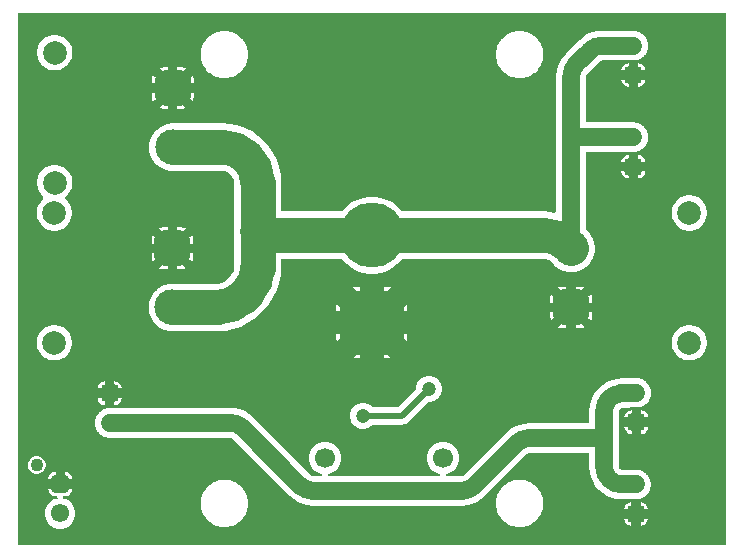
<source format=gbl>
G04*
G04 #@! TF.GenerationSoftware,Altium Limited,Altium Designer,24.6.1 (21)*
G04*
G04 Layer_Physical_Order=2*
G04 Layer_Color=16711680*
%FSLAX44Y44*%
%MOMM*%
G71*
G04*
G04 #@! TF.SameCoordinates,FCC4EC3D-FCE2-4EA4-8BA6-2938F1ECDC6F*
G04*
G04*
G04 #@! TF.FilePolarity,Positive*
G04*
G01*
G75*
%ADD11C,1.5000*%
%ADD13C,3.0000*%
%ADD14C,0.5000*%
G04:AMPARAMS|DCode=27|XSize=1.5mm|YSize=1.5mm|CornerRadius=0.375mm|HoleSize=0mm|Usage=FLASHONLY|Rotation=270.000|XOffset=0mm|YOffset=0mm|HoleType=Round|Shape=RoundedRectangle|*
%AMROUNDEDRECTD27*
21,1,1.5000,0.7500,0,0,270.0*
21,1,0.7500,1.5000,0,0,270.0*
1,1,0.7500,-0.3750,-0.3750*
1,1,0.7500,-0.3750,0.3750*
1,1,0.7500,0.3750,0.3750*
1,1,0.7500,0.3750,-0.3750*
%
%ADD27ROUNDEDRECTD27*%
%ADD28C,1.5000*%
%ADD29C,3.0000*%
G04:AMPARAMS|DCode=30|XSize=3mm|YSize=3mm|CornerRadius=0.75mm|HoleSize=0mm|Usage=FLASHONLY|Rotation=270.000|XOffset=0mm|YOffset=0mm|HoleType=Round|Shape=RoundedRectangle|*
%AMROUNDEDRECTD30*
21,1,3.0000,1.5000,0,0,270.0*
21,1,1.5000,3.0000,0,0,270.0*
1,1,1.5000,-0.7500,-0.7500*
1,1,1.5000,-0.7500,0.7500*
1,1,1.5000,0.7500,0.7500*
1,1,1.5000,0.7500,-0.7500*
%
%ADD30ROUNDEDRECTD30*%
%ADD31C,2.0000*%
%ADD32C,1.7000*%
G04:AMPARAMS|DCode=33|XSize=5.5mm|YSize=5.5mm|CornerRadius=1.375mm|HoleSize=0mm|Usage=FLASHONLY|Rotation=90.000|XOffset=0mm|YOffset=0mm|HoleType=Round|Shape=RoundedRectangle|*
%AMROUNDEDRECTD33*
21,1,5.5000,2.7500,0,0,90.0*
21,1,2.7500,5.5000,0,0,90.0*
1,1,2.7500,1.3750,1.3750*
1,1,2.7500,1.3750,-1.3750*
1,1,2.7500,-1.3750,-1.3750*
1,1,2.7500,-1.3750,1.3750*
%
%ADD33ROUNDEDRECTD33*%
%ADD34C,5.5000*%
%ADD35C,1.1000*%
%ADD36C,1.5500*%
G04:AMPARAMS|DCode=37|XSize=1.55mm|YSize=1.55mm|CornerRadius=0.3875mm|HoleSize=0mm|Usage=FLASHONLY|Rotation=90.000|XOffset=0mm|YOffset=0mm|HoleType=Round|Shape=RoundedRectangle|*
%AMROUNDEDRECTD37*
21,1,1.5500,0.7750,0,0,90.0*
21,1,0.7750,1.5500,0,0,90.0*
1,1,0.7750,0.3875,0.3875*
1,1,0.7750,0.3875,-0.3875*
1,1,0.7750,-0.3875,-0.3875*
1,1,0.7750,-0.3875,0.3875*
%
%ADD37ROUNDEDRECTD37*%
%ADD38C,1.2000*%
G36*
X600064Y63D02*
X95D01*
Y450032D01*
X108Y450064D01*
X600064D01*
Y63D01*
D02*
G37*
%LPC*%
G36*
X521250Y435318D02*
X494963D01*
X494532Y435261D01*
X490648Y434955D01*
X486439Y433945D01*
X482440Y432288D01*
X478749Y430027D01*
X475814Y427520D01*
X475452Y427242D01*
X465583Y417374D01*
X464176Y415967D01*
X464170Y415959D01*
X464171Y415959D01*
X463901Y415608D01*
X461389Y412667D01*
X459128Y408976D01*
X457471Y404977D01*
X456461Y400768D01*
X456155Y396884D01*
X456098Y396453D01*
Y345440D01*
X456098Y345440D01*
X456098Y345440D01*
Y282518D01*
X454552Y281250D01*
X451752Y281807D01*
X445212Y282235D01*
Y282235D01*
X443212Y282225D01*
X325545Y282225D01*
X324764Y283300D01*
X321146Y286918D01*
X317008Y289925D01*
X312450Y292247D01*
X307584Y293828D01*
X302532Y294628D01*
X297416D01*
X292364Y293828D01*
X287498Y292247D01*
X282940Y289925D01*
X278802Y286918D01*
X275184Y283300D01*
X274403Y282225D01*
X223297D01*
Y306696D01*
X223307D01*
X222879Y313236D01*
X221600Y319665D01*
X219493Y325871D01*
X216594Y331750D01*
X212953Y337199D01*
X208631Y342127D01*
X203703Y346449D01*
X198254Y350090D01*
X192375Y352989D01*
X186169Y355096D01*
X179740Y356375D01*
X173200Y356803D01*
Y356793D01*
X131340D01*
X130357Y356696D01*
X129370D01*
X128402Y356503D01*
X127419Y356407D01*
X126475Y356120D01*
X125506Y355927D01*
X124594Y355550D01*
X123649Y355263D01*
X122779Y354798D01*
X121867Y354420D01*
X121046Y353871D01*
X120175Y353406D01*
X119412Y352780D01*
X118591Y352231D01*
X117893Y351533D01*
X117129Y350907D01*
X116503Y350143D01*
X115805Y349445D01*
X115257Y348624D01*
X114630Y347861D01*
X114165Y346990D01*
X113616Y346170D01*
X113238Y345257D01*
X112773Y344387D01*
X112486Y343442D01*
X112109Y342530D01*
X111916Y341561D01*
X111629Y340617D01*
X111533Y339634D01*
X111340Y338666D01*
Y337678D01*
X111243Y336696D01*
X111340Y335714D01*
Y334726D01*
X111533Y333758D01*
X111629Y332775D01*
X111916Y331831D01*
X112109Y330862D01*
X112486Y329950D01*
X112773Y329005D01*
X113238Y328135D01*
X113616Y327223D01*
X114165Y326402D01*
X114630Y325531D01*
X115257Y324768D01*
X115805Y323947D01*
X116503Y323249D01*
X117129Y322485D01*
X117893Y321859D01*
X118591Y321161D01*
X119412Y320612D01*
X120175Y319986D01*
X121046Y319521D01*
X121867Y318972D01*
X122779Y318594D01*
X123649Y318129D01*
X124594Y317842D01*
X125506Y317465D01*
X126475Y317272D01*
X127419Y316985D01*
X128402Y316889D01*
X129370Y316696D01*
X130357D01*
X131340Y316599D01*
X173200D01*
X173439Y316623D01*
X175777Y316315D01*
X178179Y315320D01*
X180242Y313738D01*
X181824Y311675D01*
X182819Y309273D01*
X183127Y306935D01*
X183103Y306696D01*
Y234676D01*
X183127Y234438D01*
X182819Y232099D01*
X181824Y229697D01*
X180394Y227834D01*
X180219Y227690D01*
X176570Y224042D01*
X176426Y223866D01*
X174563Y222436D01*
X172161Y221441D01*
X169822Y221133D01*
X169584Y221157D01*
X131086D01*
X130103Y221060D01*
X129116D01*
X128148Y220867D01*
X127165Y220771D01*
X126221Y220484D01*
X125252Y220291D01*
X124340Y219914D01*
X123395Y219627D01*
X122525Y219162D01*
X121613Y218784D01*
X120792Y218235D01*
X119921Y217770D01*
X119158Y217143D01*
X118337Y216595D01*
X117639Y215897D01*
X116875Y215271D01*
X116249Y214507D01*
X115551Y213809D01*
X115002Y212988D01*
X114376Y212225D01*
X113911Y211354D01*
X113362Y210534D01*
X112984Y209621D01*
X112519Y208751D01*
X112232Y207806D01*
X111855Y206894D01*
X111662Y205925D01*
X111375Y204981D01*
X111279Y203998D01*
X111086Y203030D01*
Y202043D01*
X110989Y201060D01*
X111086Y200077D01*
Y199090D01*
X111279Y198122D01*
X111375Y197139D01*
X111662Y196195D01*
X111855Y195226D01*
X112232Y194314D01*
X112519Y193369D01*
X112984Y192499D01*
X113362Y191586D01*
X113911Y190766D01*
X114376Y189895D01*
X115002Y189132D01*
X115551Y188311D01*
X116249Y187613D01*
X116875Y186849D01*
X117639Y186223D01*
X118337Y185525D01*
X119158Y184977D01*
X119921Y184350D01*
X120792Y183885D01*
X121613Y183336D01*
X122525Y182958D01*
X123395Y182493D01*
X124340Y182206D01*
X125252Y181829D01*
X126221Y181636D01*
X127165Y181349D01*
X128148Y181253D01*
X129116Y181060D01*
X130103D01*
X131086Y180963D01*
X169584D01*
Y180953D01*
X176124Y181381D01*
X182552Y182660D01*
X188759Y184767D01*
X194637Y187666D01*
X200087Y191307D01*
X204987Y195604D01*
Y195604D01*
X204987Y195617D01*
X204991Y195620D01*
X207240Y197869D01*
X208656Y199273D01*
X208656Y199273D01*
X208656Y199273D01*
X212953Y204173D01*
X216594Y209623D01*
X219493Y215501D01*
X221600Y221708D01*
X222879Y228136D01*
X223307Y234676D01*
X223297D01*
Y242031D01*
X274403D01*
X275184Y240956D01*
X278802Y237338D01*
X282940Y234331D01*
X287498Y232009D01*
X292364Y230428D01*
X297416Y229628D01*
X302532D01*
X307584Y230428D01*
X312450Y232009D01*
X317008Y234331D01*
X321146Y237338D01*
X324764Y240956D01*
X325545Y242031D01*
X445212Y242031D01*
X445451Y242055D01*
X447789Y241747D01*
X450191Y240752D01*
X452062Y239316D01*
X452214Y239131D01*
X454496Y236849D01*
X455259Y236223D01*
X455957Y235525D01*
X456778Y234976D01*
X457542Y234350D01*
X458412Y233885D01*
X459232Y233336D01*
X460145Y232958D01*
X461016Y232493D01*
X461960Y232206D01*
X462872Y231829D01*
X463841Y231636D01*
X464786Y231349D01*
X465768Y231252D01*
X466736Y231060D01*
X467724D01*
X468707Y230963D01*
X469689Y231060D01*
X470676D01*
X471645Y231253D01*
X472627Y231350D01*
X473572Y231636D01*
X474540Y231829D01*
X475452Y232207D01*
X476397Y232493D01*
X477268Y232959D01*
X478180Y233336D01*
X479001Y233885D01*
X479872Y234351D01*
X480635Y234977D01*
X481455Y235525D01*
X482154Y236223D01*
X482917Y236850D01*
X483543Y237613D01*
X484241Y238311D01*
X484790Y239132D01*
X485416Y239895D01*
X485881Y240766D01*
X486430Y241586D01*
X486808Y242499D01*
X487273Y243370D01*
X487560Y244314D01*
X487937Y245226D01*
X488130Y246195D01*
X488417Y247140D01*
X488513Y248122D01*
X488706Y249090D01*
Y250078D01*
X488803Y251061D01*
X488706Y252043D01*
Y253030D01*
X488513Y253999D01*
X488416Y254981D01*
X488130Y255926D01*
X487937Y256894D01*
X487560Y257806D01*
X487273Y258752D01*
X486807Y259622D01*
X486430Y260534D01*
X485881Y261355D01*
X485415Y262226D01*
X484789Y262989D01*
X484241Y263809D01*
X483543Y264508D01*
X482916Y265271D01*
X481314Y266873D01*
Y332632D01*
X521250D01*
X522069Y332740D01*
X522896D01*
X523694Y332954D01*
X524513Y333062D01*
X525277Y333378D01*
X526075Y333592D01*
X526790Y334005D01*
X527554Y334321D01*
X528210Y334824D01*
X528925Y335238D01*
X529510Y335822D01*
X530165Y336325D01*
X530668Y336981D01*
X531253Y337565D01*
X531666Y338280D01*
X532169Y338936D01*
X532485Y339700D01*
X532898Y340415D01*
X533112Y341213D01*
X533428Y341977D01*
X533536Y342796D01*
X533750Y343594D01*
Y344421D01*
X533858Y345240D01*
X533750Y346059D01*
Y346886D01*
X533536Y347684D01*
X533428Y348503D01*
X533112Y349267D01*
X532898Y350065D01*
X532485Y350780D01*
X532169Y351544D01*
X531666Y352200D01*
X531253Y352915D01*
X530668Y353499D01*
X530165Y354155D01*
X529510Y354658D01*
X528925Y355243D01*
X528210Y355656D01*
X527554Y356159D01*
X526790Y356475D01*
X526075Y356888D01*
X525277Y357102D01*
X524513Y357418D01*
X523694Y357526D01*
X522896Y357740D01*
X522069D01*
X521250Y357848D01*
X481314D01*
Y396453D01*
X481303Y396536D01*
X481471Y397379D01*
X481946Y398090D01*
X482007Y398136D01*
X493282Y409412D01*
X493327Y409471D01*
X494037Y409945D01*
X494880Y410113D01*
X494963Y410102D01*
X521250D01*
X522069Y410210D01*
X522896D01*
X523694Y410424D01*
X524513Y410532D01*
X525277Y410848D01*
X526075Y411062D01*
X526790Y411475D01*
X527554Y411791D01*
X528210Y412294D01*
X528925Y412707D01*
X529510Y413292D01*
X530165Y413795D01*
X530668Y414451D01*
X531253Y415035D01*
X531666Y415750D01*
X532169Y416406D01*
X532485Y417170D01*
X532898Y417885D01*
X533112Y418683D01*
X533428Y419447D01*
X533536Y420266D01*
X533750Y421064D01*
Y421891D01*
X533858Y422710D01*
X533750Y423529D01*
Y424356D01*
X533536Y425154D01*
X533428Y425973D01*
X533112Y426737D01*
X532898Y427535D01*
X532485Y428250D01*
X532169Y429014D01*
X531666Y429670D01*
X531253Y430385D01*
X530668Y430969D01*
X530165Y431625D01*
X529510Y432128D01*
X528925Y432713D01*
X528210Y433126D01*
X527554Y433629D01*
X526790Y433945D01*
X526075Y434358D01*
X525277Y434572D01*
X524513Y434888D01*
X523694Y434996D01*
X522896Y435210D01*
X522069D01*
X521250Y435318D01*
D02*
G37*
G36*
X525250Y407783D02*
Y401710D01*
X531323D01*
X530887Y403899D01*
X529506Y405966D01*
X527439Y407347D01*
X525250Y407783D01*
D02*
G37*
G36*
X517250D02*
X515061Y407347D01*
X512994Y405966D01*
X511613Y403899D01*
X511177Y401710D01*
X517250D01*
Y407783D01*
D02*
G37*
G36*
X32817Y431696D02*
X29863D01*
X26965Y431119D01*
X24235Y429989D01*
X21778Y428347D01*
X19689Y426258D01*
X18047Y423801D01*
X16917Y421071D01*
X16340Y418173D01*
Y415219D01*
X16917Y412321D01*
X18047Y409591D01*
X19689Y407134D01*
X21778Y405045D01*
X24235Y403403D01*
X26965Y402272D01*
X29863Y401696D01*
X32817D01*
X35715Y402272D01*
X38445Y403403D01*
X40902Y405045D01*
X42991Y407134D01*
X44633Y409591D01*
X45764Y412321D01*
X46340Y415219D01*
Y418173D01*
X45764Y421071D01*
X44633Y423801D01*
X42991Y426258D01*
X40902Y428347D01*
X38445Y429989D01*
X35715Y431119D01*
X32817Y431696D01*
D02*
G37*
G36*
X138840Y404282D02*
X135340D01*
Y401289D01*
X127340D01*
Y404282D01*
X123840D01*
X121229Y403939D01*
X120186Y403507D01*
X122469Y401223D01*
X116812Y395567D01*
X114529Y397850D01*
X114097Y396806D01*
X113754Y394196D01*
Y390696D01*
X116747D01*
Y382696D01*
X113754D01*
Y379196D01*
X114097Y376586D01*
X114529Y375542D01*
X116812Y377825D01*
X122469Y372169D01*
X120186Y369885D01*
X121229Y369453D01*
X123840Y369110D01*
X127340D01*
Y372103D01*
X135340D01*
Y369110D01*
X138840D01*
X141451Y369453D01*
X142494Y369885D01*
X140211Y372169D01*
X145868Y377825D01*
X148151Y375542D01*
X148583Y376586D01*
X148926Y379196D01*
Y382696D01*
X145934D01*
Y390696D01*
X148926D01*
Y394196D01*
X148583Y396806D01*
X148151Y397850D01*
X145868Y395567D01*
X140211Y401223D01*
X142494Y403507D01*
X141451Y403939D01*
X138840Y404282D01*
D02*
G37*
G36*
X426541Y435162D02*
X423586D01*
X423094Y435064D01*
X422592D01*
X419693Y434487D01*
X419230Y434295D01*
X418737Y434197D01*
X416007Y433066D01*
X415590Y432787D01*
X415126Y432595D01*
X412669Y430953D01*
X412314Y430598D01*
X411897Y430320D01*
X409807Y428230D01*
X409529Y427813D01*
X409173Y427458D01*
X407532Y425001D01*
X407340Y424537D01*
X407061Y424120D01*
X405930Y421390D01*
X405832Y420897D01*
X405640Y420433D01*
X405064Y417535D01*
Y417033D01*
X404966Y416541D01*
Y413586D01*
X405064Y413094D01*
Y412592D01*
X405640Y409694D01*
X405832Y409230D01*
X405930Y408737D01*
X407061Y406007D01*
X407340Y405590D01*
X407532Y405126D01*
X409173Y402669D01*
X409529Y402314D01*
X409807Y401897D01*
X411897Y399808D01*
X412314Y399529D01*
X412669Y399173D01*
X415126Y397532D01*
X415590Y397340D01*
X416007Y397061D01*
X418737Y395930D01*
X419230Y395832D01*
X419694Y395640D01*
X422592Y395064D01*
X423094D01*
X423586Y394966D01*
X426541D01*
X427033Y395064D01*
X427535D01*
X430433Y395640D01*
X430897Y395832D01*
X431390Y395930D01*
X434120Y397061D01*
X434537Y397340D01*
X435001Y397532D01*
X437458Y399173D01*
X437813Y399529D01*
X438230Y399807D01*
X440320Y401897D01*
X440598Y402314D01*
X440953Y402669D01*
X442595Y405126D01*
X442787Y405590D01*
X443066Y406007D01*
X444197Y408737D01*
X444295Y409230D01*
X444487Y409694D01*
X445064Y412592D01*
Y413094D01*
X445161Y413586D01*
Y416541D01*
X445064Y417033D01*
Y417536D01*
X444487Y420433D01*
X444295Y420897D01*
X444197Y421390D01*
X443066Y424120D01*
X442787Y424537D01*
X442595Y425001D01*
X440953Y427458D01*
X440598Y427813D01*
X440320Y428230D01*
X438230Y430320D01*
X437813Y430598D01*
X437458Y430953D01*
X435001Y432595D01*
X434537Y432787D01*
X434120Y433066D01*
X431390Y434197D01*
X430897Y434295D01*
X430433Y434487D01*
X427535Y435064D01*
X427033D01*
X426541Y435162D01*
D02*
G37*
G36*
X176541D02*
X173586D01*
X173094Y435064D01*
X172591D01*
X169694Y434487D01*
X169230Y434295D01*
X168737Y434197D01*
X166007Y433066D01*
X165590Y432787D01*
X165126Y432595D01*
X162669Y430953D01*
X162314Y430598D01*
X161897Y430320D01*
X159808Y428230D01*
X159529Y427813D01*
X159173Y427458D01*
X157532Y425001D01*
X157340Y424537D01*
X157061Y424120D01*
X155930Y421390D01*
X155832Y420897D01*
X155640Y420433D01*
X155063Y417535D01*
Y417033D01*
X154966Y416541D01*
Y413586D01*
X155063Y413094D01*
Y412592D01*
X155640Y409694D01*
X155832Y409230D01*
X155930Y408737D01*
X157061Y406007D01*
X157340Y405590D01*
X157532Y405126D01*
X159173Y402669D01*
X159529Y402314D01*
X159807Y401897D01*
X161897Y399808D01*
X162314Y399529D01*
X162669Y399173D01*
X165126Y397532D01*
X165590Y397340D01*
X166007Y397061D01*
X168737Y395930D01*
X169230Y395832D01*
X169694Y395640D01*
X172592Y395064D01*
X173094D01*
X173586Y394966D01*
X176541D01*
X177033Y395064D01*
X177535D01*
X180433Y395640D01*
X180897Y395832D01*
X181390Y395930D01*
X184120Y397061D01*
X184537Y397340D01*
X185001Y397532D01*
X187458Y399173D01*
X187813Y399529D01*
X188230Y399807D01*
X190319Y401897D01*
X190599Y402314D01*
X190954Y402669D01*
X192595Y405126D01*
X192787Y405590D01*
X193066Y406007D01*
X194197Y408737D01*
X194295Y409230D01*
X194487Y409694D01*
X195063Y412592D01*
Y413094D01*
X195161Y413586D01*
Y416541D01*
X195063Y417033D01*
Y417536D01*
X194487Y420433D01*
X194295Y420897D01*
X194197Y421390D01*
X193066Y424120D01*
X192787Y424537D01*
X192595Y425001D01*
X190954Y427458D01*
X190599Y427813D01*
X190320Y428230D01*
X188230Y430320D01*
X187813Y430598D01*
X187458Y430953D01*
X185001Y432595D01*
X184537Y432787D01*
X184120Y433066D01*
X181390Y434197D01*
X180897Y434295D01*
X180433Y434487D01*
X177535Y435064D01*
X177033D01*
X176541Y435162D01*
D02*
G37*
G36*
X531323Y393710D02*
X525250D01*
Y387637D01*
X527439Y388073D01*
X529506Y389454D01*
X530887Y391521D01*
X531323Y393710D01*
D02*
G37*
G36*
X517250D02*
X511177D01*
X511613Y391521D01*
X512994Y389454D01*
X515061Y388073D01*
X517250Y387637D01*
Y393710D01*
D02*
G37*
G36*
X525250Y330313D02*
Y324240D01*
X531323D01*
X530887Y326429D01*
X529506Y328496D01*
X527439Y329877D01*
X525250Y330313D01*
D02*
G37*
G36*
X517250D02*
X515061Y329877D01*
X512994Y328496D01*
X511613Y326429D01*
X511177Y324240D01*
X517250D01*
Y330313D01*
D02*
G37*
G36*
X531323Y316240D02*
X525250D01*
Y310167D01*
X527439Y310603D01*
X529506Y311984D01*
X530887Y314051D01*
X531323Y316240D01*
D02*
G37*
G36*
X517250D02*
X511177D01*
X511613Y314051D01*
X512994Y311984D01*
X515061Y310603D01*
X517250Y310167D01*
Y316240D01*
D02*
G37*
G36*
X570183Y296060D02*
X567229D01*
X564331Y295483D01*
X561601Y294353D01*
X559144Y292711D01*
X557055Y290622D01*
X555413Y288165D01*
X554282Y285435D01*
X553706Y282537D01*
Y279583D01*
X554282Y276685D01*
X555413Y273955D01*
X557055Y271498D01*
X559144Y269409D01*
X561601Y267767D01*
X564331Y266636D01*
X567229Y266060D01*
X570183D01*
X573081Y266636D01*
X575811Y267767D01*
X578268Y269409D01*
X580357Y271498D01*
X581999Y273955D01*
X583130Y276685D01*
X583706Y279583D01*
Y282537D01*
X583130Y285435D01*
X581999Y288165D01*
X580357Y290622D01*
X578268Y292711D01*
X575811Y294353D01*
X573081Y295483D01*
X570183Y296060D01*
D02*
G37*
G36*
X32817Y321696D02*
X29863D01*
X26965Y321120D01*
X24235Y319989D01*
X21778Y318347D01*
X19689Y316258D01*
X18047Y313801D01*
X16917Y311071D01*
X16340Y308173D01*
Y305219D01*
X16917Y302321D01*
X18047Y299591D01*
X19689Y297134D01*
X21633Y295190D01*
X21901Y294554D01*
Y292963D01*
X21524Y292711D01*
X19435Y290622D01*
X17793Y288165D01*
X16662Y285435D01*
X16086Y282537D01*
Y279583D01*
X16662Y276685D01*
X17793Y273955D01*
X19435Y271498D01*
X21524Y269409D01*
X23981Y267767D01*
X26711Y266636D01*
X29609Y266060D01*
X32563D01*
X35461Y266636D01*
X38191Y267767D01*
X40648Y269409D01*
X42737Y271498D01*
X44379Y273955D01*
X45510Y276685D01*
X46086Y279583D01*
Y282537D01*
X45510Y285435D01*
X44379Y288165D01*
X42737Y290622D01*
X40793Y292566D01*
X40525Y293202D01*
Y294793D01*
X40902Y295045D01*
X42991Y297134D01*
X44633Y299591D01*
X45764Y302321D01*
X46340Y305219D01*
Y308173D01*
X45764Y311071D01*
X44633Y313801D01*
X42991Y316258D01*
X40902Y318347D01*
X38445Y319989D01*
X35715Y321120D01*
X32817Y321696D01*
D02*
G37*
G36*
X138586Y268646D02*
X135086D01*
Y265653D01*
X127086D01*
Y268646D01*
X123586D01*
X120976Y268303D01*
X119932Y267871D01*
X122215Y265588D01*
X116559Y259931D01*
X114276Y262214D01*
X113843Y261171D01*
X113500Y258560D01*
Y255060D01*
X116493D01*
Y247060D01*
X113500D01*
Y243560D01*
X113843Y240949D01*
X114276Y239906D01*
X116559Y242189D01*
X122215Y236532D01*
X119932Y234249D01*
X120976Y233817D01*
X123586Y233474D01*
X127086D01*
Y236467D01*
X135086D01*
Y233474D01*
X138586D01*
X141196Y233817D01*
X142240Y234249D01*
X139957Y236532D01*
X145613Y242189D01*
X147896Y239906D01*
X148329Y240949D01*
X148672Y243560D01*
Y247060D01*
X145680D01*
Y255060D01*
X148672D01*
Y258560D01*
X148329Y261171D01*
X147896Y262214D01*
X145613Y259931D01*
X139957Y265588D01*
X142240Y267871D01*
X141196Y268303D01*
X138586Y268646D01*
D02*
G37*
G36*
X476206Y218646D02*
X472706D01*
Y215653D01*
X464706D01*
Y218646D01*
X461206D01*
X458596Y218303D01*
X457552Y217871D01*
X459835Y215588D01*
X454179Y209931D01*
X451895Y212214D01*
X451463Y211171D01*
X451120Y208560D01*
Y205060D01*
X454113D01*
Y197060D01*
X451120D01*
Y193560D01*
X451463Y190949D01*
X451895Y189906D01*
X454179Y192189D01*
X459835Y186532D01*
X457552Y184249D01*
X458596Y183817D01*
X461206Y183474D01*
X464706D01*
Y186467D01*
X472706D01*
Y183474D01*
X476206D01*
X478816Y183817D01*
X479860Y184249D01*
X477577Y186532D01*
X483233Y192189D01*
X485517Y189906D01*
X485949Y190949D01*
X486292Y193560D01*
Y197060D01*
X483299D01*
Y205060D01*
X486292D01*
Y208560D01*
X485949Y211171D01*
X485517Y212214D01*
X483233Y209931D01*
X477577Y215588D01*
X479860Y217871D01*
X478816Y218303D01*
X476206Y218646D01*
D02*
G37*
G36*
X313724Y218207D02*
X309974D01*
Y214921D01*
X289974D01*
Y218207D01*
X286224D01*
X284233Y218011D01*
X287121Y215123D01*
X272979Y200981D01*
X270091Y203869D01*
X269895Y201878D01*
Y198128D01*
X273181D01*
Y178128D01*
X269895D01*
Y174378D01*
X270091Y172388D01*
X272979Y175275D01*
X287121Y161133D01*
X284233Y158245D01*
X286224Y158049D01*
X289974D01*
Y161334D01*
X309974D01*
Y158049D01*
X313724D01*
X315714Y158245D01*
X312827Y161133D01*
X326969Y175275D01*
X329857Y172388D01*
X330053Y174378D01*
Y178128D01*
X326768D01*
Y198128D01*
X330053D01*
Y201878D01*
X329857Y203869D01*
X326969Y200981D01*
X312827Y215123D01*
X315714Y218011D01*
X313724Y218207D01*
D02*
G37*
G36*
X570183Y186060D02*
X567229D01*
X564331Y185484D01*
X561601Y184353D01*
X559144Y182711D01*
X557055Y180622D01*
X555413Y178165D01*
X554282Y175435D01*
X553706Y172537D01*
Y169583D01*
X554282Y166685D01*
X555413Y163955D01*
X557055Y161498D01*
X559144Y159409D01*
X561601Y157767D01*
X564331Y156636D01*
X567229Y156060D01*
X570183D01*
X573081Y156636D01*
X575811Y157767D01*
X578268Y159409D01*
X580357Y161498D01*
X581999Y163955D01*
X583130Y166685D01*
X583706Y169583D01*
Y172537D01*
X583130Y175435D01*
X581999Y178165D01*
X580357Y180622D01*
X578268Y182711D01*
X575811Y184353D01*
X573081Y185484D01*
X570183Y186060D01*
D02*
G37*
G36*
X32563D02*
X29609D01*
X26711Y185484D01*
X23981Y184353D01*
X21524Y182711D01*
X19435Y180622D01*
X17793Y178165D01*
X16662Y175435D01*
X16086Y172537D01*
Y169583D01*
X16662Y166685D01*
X17793Y163955D01*
X19435Y161498D01*
X21524Y159409D01*
X23981Y157767D01*
X26711Y156636D01*
X29609Y156060D01*
X32563D01*
X35461Y156636D01*
X38191Y157767D01*
X40648Y159409D01*
X42737Y161498D01*
X44379Y163955D01*
X45510Y166685D01*
X46086Y169583D01*
Y172537D01*
X45510Y175435D01*
X44379Y178165D01*
X42737Y180622D01*
X40648Y182711D01*
X38191Y184353D01*
X35461Y185484D01*
X32563Y186060D01*
D02*
G37*
G36*
X82000Y138397D02*
Y132324D01*
X88073D01*
X87637Y134513D01*
X86256Y136580D01*
X84189Y137961D01*
X82000Y138397D01*
D02*
G37*
G36*
X74000D02*
X71811Y137961D01*
X69744Y136580D01*
X68363Y134513D01*
X67927Y132324D01*
X74000D01*
Y138397D01*
D02*
G37*
G36*
X88073Y124324D02*
X82000D01*
Y118251D01*
X84189Y118687D01*
X86256Y120068D01*
X87637Y122135D01*
X88073Y124324D01*
D02*
G37*
G36*
X74000D02*
X67927D01*
X68363Y122135D01*
X69744Y120068D01*
X71811Y118687D01*
X74000Y118251D01*
Y124324D01*
D02*
G37*
G36*
X349428Y143080D02*
X346532D01*
X343734Y142330D01*
X341226Y140882D01*
X339178Y138834D01*
X337730Y136326D01*
X336980Y133528D01*
Y131778D01*
X321987Y116785D01*
X300092D01*
X298854Y118022D01*
X296346Y119470D01*
X293548Y120220D01*
X290652D01*
X287854Y119470D01*
X285346Y118022D01*
X283298Y115974D01*
X281850Y113466D01*
X281100Y110668D01*
Y107772D01*
X281850Y104974D01*
X283298Y102466D01*
X285346Y100418D01*
X287854Y98970D01*
X290652Y98220D01*
X293548D01*
X296346Y98970D01*
X298854Y100418D01*
X300092Y101655D01*
X325120D01*
X327078Y101913D01*
X328902Y102669D01*
X330469Y103871D01*
X347678Y121080D01*
X349428D01*
X352226Y121830D01*
X354734Y123278D01*
X356782Y125326D01*
X358230Y127834D01*
X358980Y130632D01*
Y133528D01*
X358230Y136326D01*
X356782Y138834D01*
X354734Y140882D01*
X352226Y142330D01*
X349428Y143080D01*
D02*
G37*
G36*
X527790Y113905D02*
Y107832D01*
X533863D01*
X533427Y110021D01*
X532046Y112088D01*
X529979Y113469D01*
X527790Y113905D01*
D02*
G37*
G36*
X519790D02*
X517601Y113469D01*
X515534Y112088D01*
X514153Y110021D01*
X513717Y107832D01*
X519790D01*
Y113905D01*
D02*
G37*
G36*
X533863Y99832D02*
X527790D01*
Y93759D01*
X529979Y94195D01*
X532046Y95576D01*
X533427Y97643D01*
X533863Y99832D01*
D02*
G37*
G36*
X519790D02*
X513717D01*
X514153Y97643D01*
X515534Y95576D01*
X517601Y94195D01*
X519790Y93759D01*
Y99832D01*
D02*
G37*
G36*
X17109Y75000D02*
X15135D01*
X13227Y74489D01*
X11517Y73502D01*
X10121Y72105D01*
X9133Y70395D01*
X8622Y68487D01*
Y66513D01*
X9133Y64605D01*
X10121Y62895D01*
X11517Y61498D01*
X13227Y60511D01*
X15135Y60000D01*
X17109D01*
X19017Y60511D01*
X20727Y61498D01*
X22123Y62895D01*
X23111Y64605D01*
X23622Y66513D01*
Y68487D01*
X23111Y70395D01*
X22123Y72105D01*
X20727Y73502D01*
X19017Y74489D01*
X17109Y75000D01*
D02*
G37*
G36*
X523226Y141427D02*
X510320Y140850D01*
X509380Y140683D01*
X507255Y140515D01*
X503046Y139505D01*
X499047Y137848D01*
X495356Y135587D01*
X492064Y132775D01*
X489253Y129484D01*
X486992Y125793D01*
X485335Y121794D01*
X484325Y117585D01*
X484019Y113701D01*
X483962Y113270D01*
Y103023D01*
X433178D01*
X432747Y102966D01*
X428863Y102660D01*
X424654Y101650D01*
X420655Y99993D01*
X416964Y97732D01*
X414023Y95220D01*
X413664Y94945D01*
X377740Y59021D01*
X377694Y58960D01*
X376983Y58485D01*
X376140Y58317D01*
X376057Y58328D01*
X363017D01*
X362754Y60328D01*
X365561Y61080D01*
X368639Y62857D01*
X371153Y65371D01*
X372930Y68449D01*
X373850Y71883D01*
Y75437D01*
X372930Y78871D01*
X371153Y81949D01*
X368639Y84463D01*
X365561Y86240D01*
X362127Y87160D01*
X358573D01*
X355139Y86240D01*
X352061Y84463D01*
X349547Y81949D01*
X347770Y78871D01*
X346850Y75437D01*
Y71883D01*
X347770Y68449D01*
X349547Y65371D01*
X352061Y62857D01*
X355139Y61080D01*
X357946Y60328D01*
X357683Y58328D01*
X263017D01*
X262754Y60328D01*
X265561Y61080D01*
X268639Y62857D01*
X271153Y65371D01*
X272930Y68449D01*
X273850Y71883D01*
Y75437D01*
X272930Y78871D01*
X271153Y81949D01*
X268639Y84463D01*
X265561Y86240D01*
X262127Y87160D01*
X258573D01*
X255139Y86240D01*
X252061Y84463D01*
X249547Y81949D01*
X247770Y78871D01*
X246850Y75437D01*
Y71883D01*
X247770Y68449D01*
X249547Y65371D01*
X252061Y62857D01*
X255139Y61080D01*
X257946Y60328D01*
X257683Y58328D01*
X250053D01*
X249970Y58317D01*
X249127Y58485D01*
X248421Y58956D01*
X248380Y59010D01*
X199545Y107845D01*
X199544Y107846D01*
X199544D01*
X199200Y108110D01*
X196237Y110641D01*
X192546Y112902D01*
X188547Y114559D01*
X184338Y115569D01*
X180453Y115875D01*
X180023Y115932D01*
Y115932D01*
X180022Y115932D01*
X78000Y115932D01*
X77181Y115824D01*
X76354D01*
X75556Y115610D01*
X74737Y115502D01*
X73973Y115186D01*
X73175Y114972D01*
X72460Y114559D01*
X71696Y114243D01*
X71041Y113740D01*
X70325Y113327D01*
X69741Y112742D01*
X69085Y112239D01*
X68582Y111583D01*
X67997Y110999D01*
X67584Y110284D01*
X67081Y109628D01*
X66765Y108864D01*
X66352Y108149D01*
X66138Y107351D01*
X65822Y106587D01*
X65714Y105768D01*
X65500Y104970D01*
Y104143D01*
X65392Y103324D01*
X65500Y102505D01*
Y101678D01*
X65714Y100880D01*
X65822Y100061D01*
X66138Y99297D01*
X66352Y98499D01*
X66765Y97783D01*
X67081Y97020D01*
X67584Y96364D01*
X67997Y95649D01*
X68582Y95064D01*
X69085Y94409D01*
X69741Y93906D01*
X70325Y93322D01*
X71040Y92908D01*
X71696Y92405D01*
X72460Y92089D01*
X73175Y91676D01*
X73973Y91462D01*
X74737Y91146D01*
X75556Y91038D01*
X76354Y90824D01*
X77181D01*
X78000Y90716D01*
X180023Y90716D01*
X180105Y90727D01*
X180949Y90559D01*
X181663Y90082D01*
X181714Y90015D01*
X230550Y41180D01*
X230925Y40892D01*
X233839Y38403D01*
X237530Y36142D01*
X241529Y34485D01*
X245738Y33475D01*
X249622Y33169D01*
X250053Y33112D01*
X376057D01*
X376488Y33169D01*
X380372Y33475D01*
X384581Y34485D01*
X388580Y36142D01*
X392271Y38403D01*
X395212Y40915D01*
X395563Y41185D01*
X395563Y41185D01*
X395571Y41190D01*
X396978Y42598D01*
X431495Y77114D01*
X431541Y77175D01*
X432252Y77650D01*
X433095Y77818D01*
X433178Y77807D01*
X483962D01*
Y66108D01*
X484019Y65677D01*
X484325Y61793D01*
X485335Y57584D01*
X486992Y53585D01*
X489253Y49894D01*
X492064Y46602D01*
X495356Y43791D01*
X499047Y41530D01*
X503046Y39873D01*
X507255Y38863D01*
X511139Y38557D01*
X511570Y38500D01*
X523536D01*
X524355Y38608D01*
X525182D01*
X525980Y38822D01*
X526799Y38930D01*
X527563Y39246D01*
X528361Y39460D01*
X529076Y39873D01*
X529840Y40189D01*
X530496Y40692D01*
X531211Y41105D01*
X531796Y41690D01*
X532451Y42193D01*
X532954Y42849D01*
X533539Y43433D01*
X533952Y44148D01*
X534455Y44804D01*
X534771Y45568D01*
X535184Y46283D01*
X535398Y47081D01*
X535714Y47845D01*
X535822Y48664D01*
X536036Y49462D01*
Y50289D01*
X536144Y51108D01*
X536036Y51927D01*
Y52754D01*
X535822Y53552D01*
X535714Y54371D01*
X535398Y55135D01*
X535184Y55933D01*
X534771Y56648D01*
X534455Y57412D01*
X533952Y58068D01*
X533539Y58783D01*
X532954Y59367D01*
X532451Y60023D01*
X531796Y60526D01*
X531211Y61111D01*
X530496Y61524D01*
X529840Y62027D01*
X529076Y62343D01*
X528361Y62756D01*
X527563Y62970D01*
X526799Y63286D01*
X525980Y63394D01*
X525182Y63608D01*
X524355D01*
X523536Y63716D01*
X511570D01*
X511487Y63705D01*
X510644Y63873D01*
X509859Y64397D01*
X509335Y65182D01*
X509167Y66025D01*
X509178Y66108D01*
Y90415D01*
Y113270D01*
X509167Y113353D01*
X509335Y114196D01*
X509859Y114981D01*
X510644Y115505D01*
X511426Y115661D01*
X511448Y115659D01*
X524354Y116237D01*
X524891Y116332D01*
X525436D01*
X526505Y116618D01*
X527594Y116812D01*
X528088Y117043D01*
X528615Y117184D01*
X529573Y117737D01*
X530576Y118206D01*
X530993Y118557D01*
X531465Y118829D01*
X532248Y119612D01*
X533095Y120324D01*
X533407Y120771D01*
X533792Y121157D01*
X534346Y122115D01*
X534980Y123023D01*
X535166Y123535D01*
X535438Y124007D01*
X535724Y125076D01*
X536102Y126117D01*
X536149Y126660D01*
X536290Y127186D01*
Y128293D01*
X536385Y129396D01*
X536290Y129933D01*
Y130478D01*
X536004Y131546D01*
X535810Y132636D01*
X535579Y133130D01*
X535438Y133657D01*
X534885Y134615D01*
X534416Y135618D01*
X534065Y136035D01*
X533792Y136507D01*
X533010Y137290D01*
X532298Y138137D01*
X531851Y138449D01*
X531465Y138834D01*
X530507Y139388D01*
X529599Y140022D01*
X529087Y140208D01*
X528615Y140480D01*
X527546Y140766D01*
X526505Y141144D01*
X525962Y141191D01*
X525436Y141332D01*
X524329D01*
X523226Y141427D01*
D02*
G37*
G36*
X40122Y61850D02*
Y55500D01*
X46472D01*
X46002Y57862D01*
X44593Y59971D01*
X42484Y61380D01*
X40122Y61850D01*
D02*
G37*
G36*
X32122D02*
X29760Y61380D01*
X27651Y59971D01*
X26242Y57862D01*
X25772Y55500D01*
X32122D01*
Y61850D01*
D02*
G37*
G36*
X527536Y36181D02*
Y30108D01*
X533609D01*
X533173Y32297D01*
X531792Y34364D01*
X529725Y35745D01*
X527536Y36181D01*
D02*
G37*
G36*
X519536D02*
X517347Y35745D01*
X515280Y34364D01*
X513899Y32297D01*
X513463Y30108D01*
X519536D01*
Y36181D01*
D02*
G37*
G36*
X533609Y22108D02*
X527536D01*
Y16035D01*
X529725Y16471D01*
X531792Y17852D01*
X533173Y19919D01*
X533609Y22108D01*
D02*
G37*
G36*
X519536D02*
X513463D01*
X513899Y19919D01*
X515280Y17852D01*
X517347Y16471D01*
X519536Y16035D01*
Y22108D01*
D02*
G37*
G36*
X426541Y55161D02*
X423586D01*
X423094Y55064D01*
X422592D01*
X419693Y54487D01*
X419230Y54295D01*
X418737Y54197D01*
X416007Y53066D01*
X415590Y52787D01*
X415126Y52595D01*
X412669Y50953D01*
X412314Y50599D01*
X411897Y50320D01*
X409807Y48230D01*
X409529Y47813D01*
X409173Y47458D01*
X407532Y45001D01*
X407340Y44537D01*
X407061Y44120D01*
X405930Y41390D01*
X405832Y40897D01*
X405640Y40433D01*
X405064Y37535D01*
Y37033D01*
X404966Y36541D01*
Y33586D01*
X405064Y33094D01*
Y32592D01*
X405640Y29694D01*
X405832Y29230D01*
X405930Y28737D01*
X407061Y26007D01*
X407340Y25590D01*
X407532Y25126D01*
X409173Y22669D01*
X409529Y22314D01*
X409807Y21897D01*
X411897Y19807D01*
X412314Y19528D01*
X412669Y19173D01*
X415126Y17532D01*
X415590Y17340D01*
X416007Y17061D01*
X418737Y15930D01*
X419230Y15832D01*
X419694Y15640D01*
X422592Y15064D01*
X423094D01*
X423586Y14966D01*
X426541D01*
X427033Y15064D01*
X427535D01*
X430433Y15640D01*
X430897Y15832D01*
X431390Y15930D01*
X434120Y17061D01*
X434537Y17340D01*
X435001Y17532D01*
X437458Y19173D01*
X437813Y19528D01*
X438230Y19807D01*
X440320Y21897D01*
X440598Y22314D01*
X440953Y22669D01*
X442595Y25126D01*
X442787Y25590D01*
X443066Y26007D01*
X444197Y28737D01*
X444295Y29230D01*
X444487Y29694D01*
X445064Y32592D01*
Y33094D01*
X445161Y33586D01*
Y36541D01*
X445064Y37033D01*
Y37536D01*
X444487Y40433D01*
X444295Y40897D01*
X444197Y41390D01*
X443066Y44120D01*
X442787Y44537D01*
X442595Y45001D01*
X440953Y47458D01*
X440598Y47813D01*
X440320Y48230D01*
X438230Y50319D01*
X437813Y50599D01*
X437458Y50953D01*
X435001Y52595D01*
X434537Y52787D01*
X434120Y53066D01*
X431390Y54197D01*
X430897Y54295D01*
X430433Y54487D01*
X427535Y55064D01*
X427033D01*
X426541Y55161D01*
D02*
G37*
G36*
X176541D02*
X173586D01*
X173094Y55064D01*
X172591D01*
X169694Y54487D01*
X169230Y54295D01*
X168737Y54197D01*
X166007Y53066D01*
X165590Y52787D01*
X165126Y52595D01*
X162669Y50953D01*
X162314Y50599D01*
X161897Y50320D01*
X159808Y48230D01*
X159529Y47813D01*
X159173Y47458D01*
X157532Y45001D01*
X157340Y44537D01*
X157061Y44120D01*
X155930Y41390D01*
X155832Y40897D01*
X155640Y40433D01*
X155063Y37535D01*
Y37033D01*
X154966Y36541D01*
Y33586D01*
X155063Y33094D01*
Y32592D01*
X155640Y29694D01*
X155832Y29230D01*
X155930Y28737D01*
X157061Y26007D01*
X157340Y25590D01*
X157532Y25126D01*
X159173Y22669D01*
X159529Y22314D01*
X159807Y21897D01*
X161897Y19807D01*
X162314Y19528D01*
X162669Y19173D01*
X165126Y17532D01*
X165590Y17340D01*
X166007Y17061D01*
X168737Y15930D01*
X169230Y15832D01*
X169694Y15640D01*
X172592Y15064D01*
X173094D01*
X173586Y14966D01*
X176541D01*
X177033Y15064D01*
X177535D01*
X180433Y15640D01*
X180897Y15832D01*
X181390Y15930D01*
X184120Y17061D01*
X184537Y17340D01*
X185001Y17532D01*
X187458Y19173D01*
X187813Y19528D01*
X188230Y19807D01*
X190319Y21897D01*
X190599Y22314D01*
X190954Y22669D01*
X192595Y25126D01*
X192787Y25590D01*
X193066Y26007D01*
X194197Y28737D01*
X194295Y29230D01*
X194487Y29694D01*
X195063Y32592D01*
Y33094D01*
X195161Y33586D01*
Y36541D01*
X195063Y37033D01*
Y37536D01*
X194487Y40433D01*
X194295Y40897D01*
X194197Y41390D01*
X193066Y44120D01*
X192787Y44537D01*
X192595Y45001D01*
X190954Y47458D01*
X190599Y47813D01*
X190320Y48230D01*
X188230Y50319D01*
X187813Y50599D01*
X187458Y50953D01*
X185001Y52595D01*
X184537Y52787D01*
X184120Y53066D01*
X181390Y54197D01*
X180897Y54295D01*
X180433Y54487D01*
X177535Y55064D01*
X177033D01*
X176541Y55161D01*
D02*
G37*
G36*
X46472Y47500D02*
X36122D01*
X25772D01*
X26242Y45138D01*
X27651Y43029D01*
X29760Y41620D01*
X32247Y41125D01*
X33714D01*
X33977Y39125D01*
X31201Y38381D01*
X28293Y36702D01*
X25919Y34329D01*
X24241Y31421D01*
X23372Y28179D01*
Y24821D01*
X24241Y21579D01*
X25919Y18671D01*
X28293Y16298D01*
X31201Y14619D01*
X34444Y13750D01*
X37801D01*
X41043Y14619D01*
X43951Y16298D01*
X46325Y18671D01*
X48003Y21579D01*
X48872Y24821D01*
Y28179D01*
X48003Y31421D01*
X46325Y34329D01*
X43951Y36702D01*
X41043Y38381D01*
X38267Y39125D01*
X38530Y41125D01*
X39997D01*
X42484Y41620D01*
X44593Y43029D01*
X46002Y45138D01*
X46472Y47500D01*
D02*
G37*
%LPD*%
D11*
X433178Y90415D02*
G03*
X422579Y86030I0J-15000D01*
G01*
X239465Y50095D02*
G03*
X250053Y45720I10588J10625D01*
G01*
X510884Y128254D02*
G03*
X496570Y113270I686J-14984D01*
G01*
Y66108D02*
G03*
X511570Y51108I15000J0D01*
G01*
X376057Y45720D02*
G03*
X386656Y50106I0J15000D01*
G01*
X190629Y98931D02*
G03*
X180023Y103324I-10607J-10607D01*
G01*
X468706Y345440D02*
G03*
X471147Y345240I2441J14800D01*
G01*
X494963Y422710D02*
G03*
X484367Y418327I0J-15000D01*
G01*
X473092Y407052D02*
G03*
X468706Y396453I10615J-10599D01*
G01*
X433178Y90415D02*
X496570D01*
Y66108D02*
Y90415D01*
Y113270D01*
X250053Y45720D02*
X376057D01*
X496570Y113270D02*
Y113270D01*
X511570Y51108D02*
X523536D01*
X386656Y50106D02*
X422579Y86030D01*
X510884Y128254D02*
X523790Y128832D01*
X190629Y98931D02*
X239465Y50095D01*
X468706Y251060D02*
Y396453D01*
X494963Y422710D02*
X521250D01*
X471147Y345240D02*
X521250D01*
X473092Y407052D02*
X484367Y418327D01*
X78000Y103324D02*
X180023Y103324D01*
D13*
X203200Y265430D02*
G03*
X216883Y262128I13683J26698D01*
G01*
X203200Y306696D02*
G03*
X173200Y336696I-30000J0D01*
G01*
X169584Y201060D02*
G03*
X190781Y209831I0J30000D01*
G01*
X194429Y213479D02*
G03*
X203200Y234676I-21229J21197D01*
G01*
X466424Y253342D02*
G03*
X445212Y262128I-21213J-21214D01*
G01*
X550218Y103832D02*
X551180Y102870D01*
X203200Y234676D02*
Y306696D01*
X131340Y336696D02*
X173200D01*
X190781Y209831D02*
X194429Y213479D01*
X466424Y253342D02*
X468706Y251060D01*
X131086Y201060D02*
X169584D01*
X299974Y262128D02*
X445212Y262128D01*
X216883Y262128D02*
X299974D01*
D14*
X325120Y109220D02*
X347980Y132080D01*
X292100Y109220D02*
X325120D01*
D27*
X521250Y320240D02*
D03*
X78000Y128324D02*
D03*
X521250Y397710D02*
D03*
X523790Y103832D02*
D03*
X523536Y26108D02*
D03*
D28*
X521250Y345240D02*
D03*
X78000Y103324D02*
D03*
X521250Y422710D02*
D03*
X523790Y128832D02*
D03*
X523536Y51108D02*
D03*
D29*
X468706Y251060D02*
D03*
X131086Y201060D02*
D03*
X131340Y336696D02*
D03*
D30*
X468706Y201060D02*
D03*
X131086Y251060D02*
D03*
X131340Y386696D02*
D03*
D31*
X568706Y171060D02*
D03*
Y281060D02*
D03*
X31086Y171060D02*
D03*
Y281060D02*
D03*
X31340Y306696D02*
D03*
Y416696D02*
D03*
D32*
X360350Y73660D02*
D03*
X260350D02*
D03*
D33*
X299974Y188128D02*
D03*
D34*
Y262128D02*
D03*
D35*
X16122Y67500D02*
D03*
D36*
X36122Y26500D02*
D03*
D37*
Y51500D02*
D03*
D38*
X292100Y109220D02*
D03*
X347980Y132080D02*
D03*
M02*

</source>
